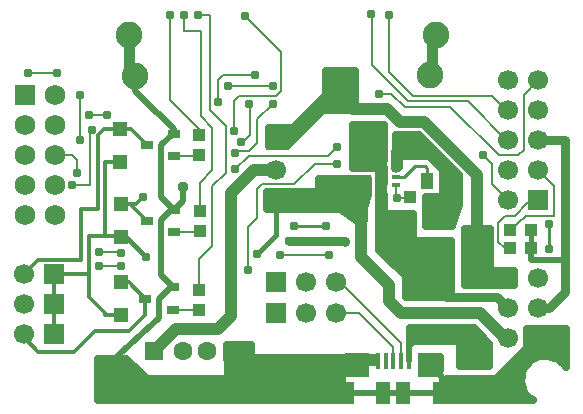
<source format=gbr>
G04 DipTrace 2.4.0.2*
%INTop.gbr*%
%MOIN*%
%ADD13C,0.01*%
%ADD14C,0.0079*%
%ADD15C,0.02*%
%ADD16C,0.015*%
%ADD17C,0.012*%
%ADD18C,0.03*%
%ADD19C,0.035*%
%ADD20C,0.04*%
%ADD21C,0.029*%
%ADD22C,0.025*%
%ADD25R,0.0433X0.0394*%
%ADD27R,0.0472X0.0472*%
%ADD28R,0.0689X0.0689*%
%ADD29C,0.0689*%
%ADD30R,0.0669X0.0669*%
%ADD31C,0.0669*%
%ADD33C,0.0886*%
%ADD34R,0.063X0.063*%
%ADD35C,0.063*%
%ADD36C,0.1378*%
%ADD38R,0.0157X0.0531*%
%ADD39R,0.0827X0.0787*%
%ADD40R,0.063X0.0748*%
%ADD41R,0.0472X0.0748*%
%ADD42R,0.0394X0.0531*%
%ADD44R,0.0413X0.0256*%
%ADD45R,0.0394X0.0433*%
%ADD46R,0.0276X0.0118*%
%ADD47R,0.0394X0.063*%
%ADD48C,0.031*%
%ADD49C,0.037*%
%FSLAX44Y44*%
G04*
G70*
G90*
G75*
G01*
%LNTop*%
%LPD*%
X18501Y11580D2*
D13*
Y11995D1*
X18422Y12075D1*
X18085D1*
X17706Y11696D1*
X17440D1*
X10063Y9866D2*
D14*
X10902D1*
X10927Y9891D1*
X10063Y10614D2*
D15*
X9958D1*
X9613Y10269D1*
Y8423D1*
X10010Y8026D1*
X9941D1*
X9543Y7628D1*
Y7000D1*
X8035Y5617D1*
Y4967D1*
X8172Y4831D1*
X10063Y13150D2*
X10007D1*
X9629Y12772D1*
Y11048D1*
X10063Y10614D1*
X16853Y5562D2*
D14*
X16272D1*
X16144Y5434D1*
X13948D1*
X13345Y4831D1*
X12136Y5898D2*
X12278D1*
X13345Y4831D1*
Y4403D1*
X8172D1*
Y4831D1*
X15750Y4509D2*
Y5040D1*
X16144Y5434D1*
X15750Y4509D2*
D15*
X17030D1*
X17699D1*
X18979D1*
X16965Y10460D2*
Y9284D1*
X17365D1*
X17814Y9734D1*
X16965Y9284D2*
X17207D1*
X17351Y9140D1*
X17814D1*
X16440Y13190D2*
D16*
X16775D1*
X16965Y13000D1*
X16453Y12592D2*
X16558D1*
X16965Y13000D1*
D14*
Y11698D1*
X16968Y11696D1*
X16495Y11952D2*
X16712D1*
X16968Y11696D1*
X16965Y10460D2*
X16968Y11696D1*
X18979Y4509D2*
D15*
Y5040D1*
X18585Y5434D1*
X18979Y4509D2*
D14*
X20359D1*
X22187Y6336D1*
X10063Y13150D2*
D15*
Y13306D1*
X9528Y13841D1*
X9496D1*
X8765Y14573D1*
Y15084D1*
X8555Y16440D2*
D19*
Y15295D1*
X8765Y15084D1*
X10360Y11359D2*
D15*
Y10912D1*
X10063Y10614D1*
X17814Y9734D2*
Y9140D1*
X18253D1*
X18263Y9129D1*
X18724D1*
D18*
X19127D1*
Y7707D1*
X20816D1*
X21187Y7336D1*
X17930Y10355D2*
D14*
Y9849D1*
X17814Y9734D1*
X18790Y16440D2*
D19*
X18646D1*
Y15155D1*
X18583Y15093D1*
X13468Y10941D2*
D16*
Y9778D1*
X12816Y9126D1*
X8290Y9699D2*
X8471D1*
X9122Y9047D1*
X6053Y6464D2*
D17*
Y7464D1*
Y8464D2*
Y7464D1*
X8262Y12208D2*
X7762D1*
Y9742D1*
X8247D1*
X8290Y9699D1*
X7762Y9742D2*
X7212D1*
Y8464D1*
Y7720D1*
X7771Y7161D1*
Y7109D1*
X7780Y7099D1*
X8300D1*
X6053Y8464D2*
X7212D1*
X16295Y10460D2*
D20*
Y9028D1*
X17221Y8103D1*
Y7558D1*
X17609Y7170D1*
X20249D1*
X21083Y6336D1*
X21187D1*
X13468Y11941D2*
X12726D1*
X11957Y11172D1*
Y7074D1*
X11533Y6649D1*
X10131D1*
X9380Y5898D1*
X12102Y11979D2*
D14*
X12543Y12419D1*
X15198D1*
X15500Y12722D1*
X7557Y9199D2*
X8263D1*
X8291Y9171D1*
X21271Y9940D2*
Y9949D1*
X21798Y10418D1*
X22719D1*
Y11411D1*
X22190Y11940D1*
X15500Y12150D2*
X14757D1*
X14064Y11458D1*
X12991D1*
X12835Y11301D1*
Y10329D1*
X12537Y10031D1*
Y8609D1*
X7562Y8724D2*
X8272D1*
X8280Y8732D1*
X21271Y9323D2*
X21087D1*
X20866Y9545D1*
Y10182D1*
X21102Y10418D1*
X21409D1*
X21834Y10843D1*
X22093D1*
X22190Y10940D1*
X21940Y9940D2*
D16*
Y9324D1*
X21941Y9323D1*
X13894Y9558D2*
D18*
X15752D1*
Y9547D1*
X22190Y12940D2*
X23080D1*
Y8954D1*
Y7860D1*
X22556Y7336D1*
X22187D1*
X19089Y10401D2*
D14*
D3*
Y11578D2*
X19092Y11580D1*
D15*
Y11206D1*
X18727Y10841D1*
X21941Y9323D2*
Y8954D1*
X23080D1*
X17440Y11952D2*
Y12805D1*
X17635Y13000D1*
X18130D1*
X19074Y12056D1*
Y11599D1*
X19092Y11580D1*
X19089Y10401D2*
Y10834D1*
X19092Y10837D1*
X18731D1*
X18727Y10841D1*
Y10406D1*
X18723Y10401D1*
X19089D1*
X8262Y13311D2*
D17*
X8624D1*
X9158Y12776D1*
X8262Y13311D2*
X7736D1*
X7518Y13092D1*
Y10638D1*
X6960D1*
Y8948D1*
X5537D1*
X5053Y8464D1*
X20392Y5629D2*
D18*
Y6085D1*
X19889D1*
Y5630D1*
X20392Y9330D2*
D21*
X20160D1*
D18*
Y9343D1*
X19886D1*
X13468Y12941D2*
X13904D1*
X14926Y13963D1*
X16008D1*
D20*
X17153D1*
X17584Y13531D1*
X18189D1*
X18390Y13547D1*
X20160Y11777D1*
Y9343D1*
X17876Y5562D2*
D15*
Y6639D1*
X19882D1*
Y5638D1*
X19889Y5630D1*
X19886Y9343D2*
D18*
Y8215D1*
X20392D1*
X21065D1*
X21187Y8336D1*
X20392Y9330D2*
Y8215D1*
X15166Y15135D2*
X15568D1*
X15573Y15129D1*
X15987D1*
X16008Y15108D1*
X15166Y15135D2*
D14*
Y14696D1*
X15160Y14690D1*
X15573Y15129D2*
Y14675D1*
X15574D1*
X16008Y15108D2*
Y14685D1*
X15995Y14671D1*
X10063Y12402D2*
X10877D1*
X10900Y12425D1*
X17220Y17121D2*
X17194D1*
X17225Y17089D1*
Y15207D1*
X18034Y14398D1*
X20648D1*
X21106Y13940D1*
X21190D1*
X16886Y14475D2*
X17297D1*
X17740Y14033D1*
X19271D1*
X20877Y12427D1*
X21511D1*
X21706Y12622D1*
Y14456D1*
X22190Y14940D1*
X17440Y11440D2*
Y11044D1*
X17480Y11003D1*
X13576Y9092D2*
X15212D1*
X15233Y9113D1*
X17480Y11003D2*
X17909D1*
X17930Y11025D1*
X14061Y10063D2*
D13*
X15093D1*
X15117Y10087D1*
X22542Y10123D2*
Y9332D1*
X22554Y9320D1*
X8290Y10801D2*
D17*
X8596D1*
X9157Y10240D1*
X8290Y10801D2*
X8787D1*
X9023Y11037D1*
X20362Y12448D2*
D14*
X20654Y12156D1*
Y11476D1*
X21190Y10940D1*
X15440Y7182D2*
X16217D1*
X17359Y6041D1*
Y5556D1*
X17365Y5562D1*
X15715Y8190D2*
X15440D1*
X17620Y5562D2*
Y6178D1*
X15609Y8189D1*
X15441D1*
X15440Y8190D1*
X10365Y5984D2*
Y5898D1*
X10900Y13095D2*
Y13294D1*
X9919Y14275D1*
Y17105D1*
X10927Y10560D2*
Y11514D1*
X11338Y11925D1*
Y13352D1*
X10950Y13740D1*
Y16561D1*
X10404D1*
Y17102D1*
X10900Y7955D2*
Y8978D1*
X11338Y9416D1*
Y11398D1*
X11797Y11856D1*
Y13401D1*
X11269Y13929D1*
Y17105D1*
X10864D1*
X7230Y13766D2*
X7810D1*
Y13781D1*
X12062Y13230D2*
Y14256D1*
X12220Y14413D1*
X13463D1*
X13621Y14570D1*
Y15868D1*
X12409Y17080D1*
X5184Y15181D2*
X6139D1*
X6160Y15159D1*
X13355Y14728D2*
X11839D1*
X12088Y12504D2*
Y12588D1*
X12565D1*
X12834Y12856D1*
Y13626D1*
X13355Y14147D1*
X6930Y14440D2*
Y12940D1*
X12276Y12887D2*
X12343D1*
X12577Y13120D1*
Y14156D1*
X12568Y14147D1*
X6820Y11846D2*
Y12283D1*
X6663Y12440D1*
X6090D1*
X11535Y14195D2*
Y14944D1*
X11692Y15102D1*
X12765D1*
X6663Y11440D2*
Y11452D1*
X7248D1*
Y13284D1*
X7313D1*
X16626Y17126D2*
Y17184D1*
X16640Y17170D1*
Y15451D1*
X17864Y14226D1*
X19839D1*
X21157Y12907D1*
X21190Y12940D1*
X8300Y8201D2*
D17*
X8555D1*
X9105Y7652D1*
X5053Y6464D2*
Y6359D1*
X5536Y5876D1*
X6723D1*
X7428Y6581D1*
X8547D1*
X9083Y7117D1*
Y7630D1*
X9105Y7652D1*
X10010Y7278D2*
D14*
X10892D1*
X10900Y7285D1*
D48*
X15166Y15135D3*
X16008Y15108D3*
X20392Y5629D3*
X19889Y5630D3*
X19092Y10837D3*
X17480Y11003D3*
X16886Y14475D3*
X19886Y9343D3*
X20392Y9330D3*
X9122Y9047D3*
X12816Y9126D3*
X17814Y9734D3*
Y9140D3*
X9023Y11037D3*
X16440Y13190D3*
X16453Y12592D3*
X16626Y17126D3*
X17220Y17121D3*
X15752Y9547D3*
X15117Y10087D3*
X14061Y10063D3*
X13894Y9558D3*
X20362Y12448D3*
X9919Y17105D3*
X10864D3*
X10404Y17102D3*
X22542Y10123D3*
X22554Y9320D3*
X15500Y12150D3*
Y12722D3*
X8291Y9171D3*
X12537Y8609D3*
X12102Y11979D3*
X8280Y8732D3*
X7557Y9199D3*
X7562Y8724D3*
X7810Y13781D3*
X7230Y13766D3*
X6160Y15159D3*
X5184Y15181D3*
X13576Y9092D3*
X15233Y9113D3*
X18723Y10401D3*
X19089D3*
X18727Y10841D3*
D49*
X10360Y11359D3*
D48*
X18263Y9129D3*
X18724D3*
X15573Y15129D3*
X12409Y17080D3*
X12062Y13230D3*
X11839Y14728D3*
X13355D3*
Y14147D3*
X12088Y12504D3*
X6930Y12940D3*
Y14440D3*
X12568Y14147D3*
X12276Y12887D3*
X6820Y11846D3*
X12765Y15102D3*
X11535Y14195D3*
X7313Y13284D3*
X6663Y11440D3*
X15160Y14690D3*
X15574Y14675D3*
X15995Y14671D3*
X15133Y14983D2*
D22*
X16048D1*
X15133Y14734D2*
X16048D1*
X15133Y14486D2*
X16048D1*
X14930Y14237D2*
X16048D1*
X14692Y13988D2*
X16048D1*
X14453Y13740D2*
X14790D1*
X14211Y13491D2*
X14540D1*
X13260Y13242D2*
X14294D1*
X13260Y12994D2*
X14048D1*
X13260Y12745D2*
X13802D1*
X13238Y12737D2*
X13816D1*
X14978Y13905D1*
X15066Y13942D1*
X16072Y13948D1*
Y15232D1*
X15109Y15231D1*
X15108Y14498D1*
X15075Y14415D1*
X14088Y13390D1*
X14002Y13353D1*
X13235D1*
Y12739D1*
X14917Y11376D2*
X16481D1*
X13187Y11127D2*
X16481D1*
X13183Y10879D2*
X16418D1*
X15621Y10630D2*
X16367D1*
X15988Y10381D2*
X16371D1*
X16506Y11120D2*
Y11628D1*
X15131Y11625D1*
X14894D1*
Y11317D1*
X14833Y11211D1*
X14769Y11192D1*
X13161Y11191D1*
X13157Y10632D1*
X15576Y10630D1*
X15646Y10609D1*
X16126Y10266D1*
X16395D1*
X16394Y10677D1*
X16506Y11118D1*
X17471Y12854D2*
X18453D1*
X17471Y12605D2*
X18699D1*
X18651Y12357D2*
X18941D1*
X18987Y12108D2*
X19187D1*
X19050Y11859D2*
X19433D1*
X19050Y11611D2*
X19523D1*
X19050Y11362D2*
X19523D1*
X19026Y11113D2*
X19523D1*
X18483Y10865D2*
X19523D1*
X18483Y10616D2*
X19472D1*
X18483Y10367D2*
X19394D1*
X18483Y10118D2*
X19320D1*
X17447Y13099D2*
Y12538D1*
X17435D1*
X17437Y12020D1*
X17543Y12023D1*
Y12297D1*
X17604Y12402D1*
X17668Y12422D1*
X18514Y12420D1*
X18600Y12384D1*
X18864Y12112D1*
X18963Y12111D1*
Y12006D1*
X18989Y11980D1*
X19024Y11897D1*
Y11187D1*
X18963Y11082D1*
Y11050D1*
X18459D1*
X18458Y10057D1*
X19322D1*
X19548Y10787D1*
Y11765D1*
X18237Y13100D1*
X17449Y13102D1*
X16043Y13199D2*
X17022D1*
X16043Y12950D2*
X17022D1*
X16043Y12702D2*
X17022D1*
X16043Y12453D2*
X17022D1*
X16043Y12204D2*
X17010D1*
X16924Y11955D2*
X17015D1*
X16924Y11707D2*
X17015D1*
X16924Y11458D2*
X17015D1*
X16924Y11209D2*
X17015D1*
X16916Y10961D2*
X17026D1*
X16916Y10712D2*
X17026D1*
X16912Y10463D2*
X18010D1*
X16912Y10215D2*
X18010D1*
X16912Y9966D2*
X18010D1*
X16912Y9717D2*
X18010D1*
X16908Y9469D2*
X19257D1*
X16959Y9220D2*
X19260D1*
X17221Y8971D2*
X19260D1*
X17486Y8723D2*
X19264D1*
X17748Y8474D2*
X19264D1*
X17822Y8225D2*
X19264D1*
X17822Y7976D2*
X19268D1*
X17822Y7728D2*
X19268D1*
X17049Y11116D2*
X17037D1*
X17041Y11764D1*
X17037Y11878D1*
Y12276D1*
X17049D1*
X17047Y13443D1*
X16020Y13447D1*
X16019Y12012D1*
X16093Y12011D1*
X16092Y12020D1*
X16898D1*
X16894Y11372D1*
X16898Y11264D1*
X16890Y11005D1*
X16884Y9267D1*
X17758Y8440D1*
X17796Y8353D1*
Y7705D1*
X19292D1*
X19281Y9571D1*
X18162D1*
X18056Y9632D1*
X18037Y9696D1*
X18036Y10483D1*
X17176Y10486D1*
X17070Y10548D1*
X17051Y10611D1*
X17050Y11115D1*
X16896Y11764D2*
X16898Y11389D1*
X17037Y11372D1*
X17041Y12020D1*
X21853Y6383D2*
X23096D1*
X21853Y6134D2*
X23096D1*
X11861Y5885D2*
X12612D1*
X21720D2*
X23092D1*
X7537Y5637D2*
X8440D1*
X11865D2*
X16740D1*
X18345D2*
X18885D1*
X21474D2*
X22010D1*
X22872D2*
X23092D1*
X7537Y5388D2*
X8694D1*
X11865D2*
X16319D1*
X18431D2*
X18885D1*
X21228D2*
X21744D1*
X7537Y5139D2*
X8947D1*
X11865D2*
X15588D1*
X20982D2*
X21635D1*
X7537Y4891D2*
X15588D1*
X19181D2*
X21612D1*
X7537Y4642D2*
X15803D1*
X18904D2*
X21666D1*
X7537Y4393D2*
X15803D1*
X18904D2*
X21822D1*
X22009Y4261D2*
X21888Y4353D1*
X21804Y4445D1*
X21735Y4549D1*
X21683Y4663D1*
X21649Y4783D1*
X21634Y4907D1*
X21639Y5032D1*
X21663Y5154D1*
X21705Y5272D1*
X21765Y5381D1*
X21841Y5480D1*
X21932Y5566D1*
X22035Y5637D1*
X22147Y5691D1*
X22267Y5727D1*
X22390Y5745D1*
X22515Y5743D1*
X22638Y5722D1*
X22756Y5682D1*
X22867Y5624D1*
X22968Y5550D1*
X23055Y5461D1*
X23117Y5375D1*
X23120Y6630D1*
X21826D1*
X21825Y6067D1*
X21790Y5983D1*
X20819Y5002D1*
X20734Y4966D1*
X19152D1*
X19155Y4648D1*
X18877D1*
X18879Y4348D1*
X19116Y4351D1*
Y4261D1*
X22006Y4260D1*
X16765Y5535D2*
Y5684D1*
X14554Y5686D1*
X12763D1*
X12657Y5747D1*
X12638Y5811D1*
X12637Y6111D1*
X11837D1*
X11840Y5089D1*
X11779Y4984D1*
X11715Y4964D1*
X9198Y4966D1*
X9114Y5000D1*
X8450Y5652D1*
X7512Y5650D1*
X7510Y4271D1*
X15615Y4265D1*
X15614Y4370D1*
X15828D1*
X15830Y4649D1*
X15614Y4648D1*
Y5276D1*
X16344D1*
X16342Y5532D1*
X16767D1*
X18407Y5276D2*
X18907D1*
X18909Y5698D1*
X18320Y5696D1*
X18318Y5528D1*
X18407Y5532D1*
Y5278D1*
X19794Y9739D2*
X20554D1*
X19794Y9491D2*
X20554D1*
X19794Y9242D2*
X20554D1*
X19794Y8993D2*
X20554D1*
X19794Y8745D2*
X20554D1*
X19794Y8496D2*
X21363D1*
X19794Y8247D2*
X21363D1*
X21389Y8125D2*
Y8570D1*
X20703Y8575D1*
X20598Y8637D1*
X20578Y8700D1*
X20577Y9981D1*
X19769Y9987D1*
Y8122D1*
X21390D1*
X17937Y6438D2*
X20247D1*
X19590Y6190D2*
X20469D1*
X19613Y5941D2*
X20520D1*
X19613Y5692D2*
X20520D1*
X19613Y5444D2*
X20520D1*
X18172Y6242D2*
X19464D1*
X19569Y6180D1*
X19589Y6117D1*
Y5391D1*
X20546D1*
Y6137D1*
X20042Y6688D1*
X17910Y6687D1*
X17914Y6258D1*
X17925Y6143D1*
X17933Y6169D1*
X18029Y6240D1*
X18172Y6242D1*
D25*
X17635Y13000D3*
X16965D3*
X16295Y10460D3*
X16965D3*
D27*
X8300Y7099D3*
Y8201D3*
X8290Y9699D3*
Y10801D3*
X8262Y12208D3*
Y13311D3*
D28*
X5090Y14440D3*
D29*
Y13440D3*
Y12440D3*
Y11440D3*
Y10440D3*
X6090D3*
Y11440D3*
Y12440D3*
Y13440D3*
Y14440D3*
D30*
X13468Y12941D3*
D31*
Y11941D3*
Y10941D3*
D30*
X22190Y10940D3*
D31*
X21190D3*
X22190Y11940D3*
X21190D3*
X22190Y12940D3*
X21190D3*
X22190Y13940D3*
X21190D3*
X22190Y14940D3*
X21190D3*
D30*
X6053Y6464D3*
D31*
X5053D3*
D33*
X8765Y15084D3*
X18790Y16440D3*
X18583Y15093D3*
X8555Y16440D3*
D34*
X9380Y5898D3*
D35*
X10365D3*
X11152D3*
X12136D3*
D36*
X8172Y4831D3*
X13345D3*
D30*
X13440Y7182D3*
D31*
X14440D3*
X15440D3*
D30*
X13440Y8190D3*
D31*
X14440D3*
X15440D3*
D38*
X17876Y5562D3*
X17620D3*
X17365D3*
X17109D3*
X16853D3*
D39*
X18585Y5434D3*
X16144D3*
D40*
X18979Y4509D3*
X15750D3*
D41*
X17699D3*
X17030D3*
D30*
X6053Y7464D3*
D31*
X5053D3*
D30*
X6053Y8464D3*
D31*
X5053D3*
D30*
X22187Y6336D3*
D31*
X21187D3*
X22187Y7336D3*
X21187D3*
X22187Y8336D3*
X21187D3*
D42*
X18501Y11580D3*
X19092D3*
D44*
X10010Y7278D3*
Y8026D3*
X9105Y7652D3*
X10063Y9866D3*
Y10614D3*
X9157Y10240D3*
X10063Y12402D3*
Y13150D3*
X9158Y12776D3*
D25*
X21271Y9323D3*
X21941D3*
X21271Y9940D3*
X21940D3*
D45*
X10900Y7285D3*
Y7955D3*
X10927Y9891D3*
Y10560D3*
X10900Y12425D3*
Y13095D3*
X17930Y10355D3*
Y11025D3*
D46*
X17440Y11440D3*
Y11696D3*
Y11952D3*
X16495D3*
Y11696D3*
Y11440D3*
D47*
X16968Y11696D3*
M02*

</source>
